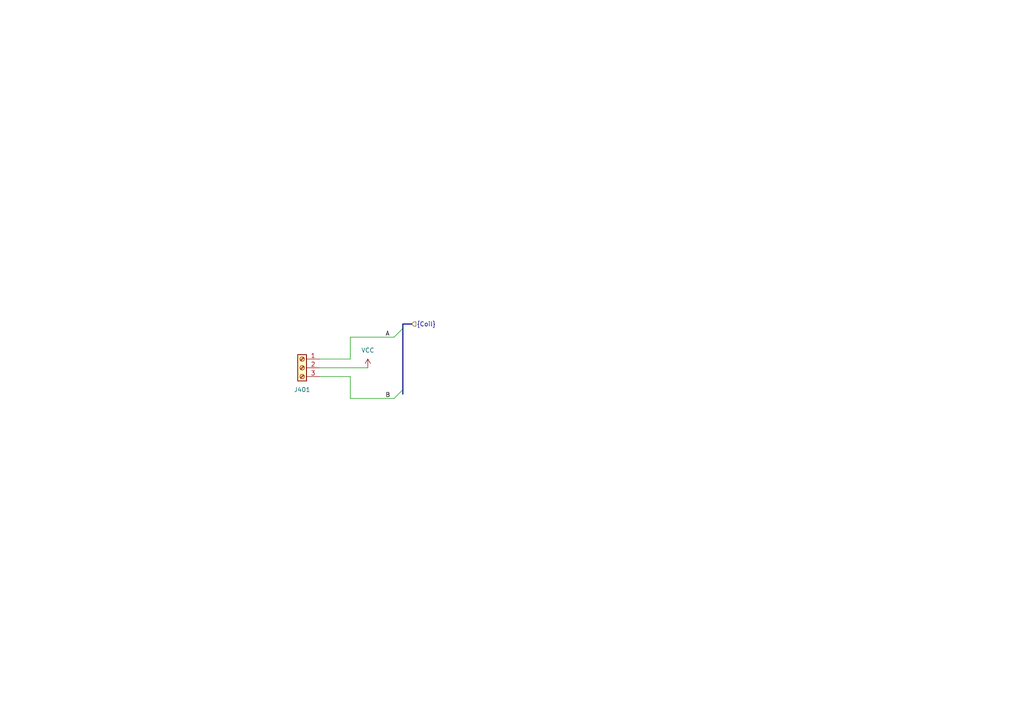
<source format=kicad_sch>
(kicad_sch (version 20231120) (generator "eeschema") (generator_version "8.0")
  (paper "A4")
  (lib_symbols
    (symbol "Connector:Screw_Terminal_01x03" (pin_names (offset 1.016) hide)
      (property "Reference" "J" (at 0 5.08 0))
      (property "Value" "Screw_Terminal_01x03" (at 0 -5.08 0))
      (symbol "Screw_Terminal_01x03_1_1"
        (rectangle (start -1.27 3.81) (end 1.27 -3.81) (stroke (width 0.254)) (fill (type background)))
        (circle (center 0 -2.54) (radius 0.635) (stroke (width 0.1524)))
        (polyline (pts (xy -0.5334 -2.2098) (xy 0.3302 -3.048)) (stroke (width 0.1524)))
        (polyline (pts (xy -0.5334 0.3302) (xy 0.3302 -0.508)) (stroke (width 0.1524)))
        (polyline (pts (xy -0.5334 2.8702) (xy 0.3302 2.032)) (stroke (width 0.1524)))
        (polyline (pts (xy -0.3556 -2.032) (xy 0.508 -2.8702)) (stroke (width 0.1524)))
        (polyline (pts (xy -0.3556 0.508) (xy 0.508 -0.3302)) (stroke (width 0.1524)))
        (polyline (pts (xy -0.3556 3.048) (xy 0.508 2.2098)) (stroke (width 0.1524)))
        (circle (center 0 0) (radius 0.635) (stroke (width 0.1524)))
        (circle (center 0 2.54) (radius 0.635) (stroke (width 0.1524)))
        (pin passive line (at -5.08 2.54 0) (length 3.81) (name "Pin_1") (number "1"))
        (pin passive line (at -5.08 0 0) (length 3.81) (name "Pin_2") (number "2"))
        (pin passive line (at -5.08 -2.54 0) (length 3.81) (name "Pin_3") (number "3"))
      )
    )
    (symbol "power:VCC" (power) (pin_numbers hide) (pin_names (offset 0) hide)
      (property "Value" "VCC" (at 0 3.556 0))
      (symbol "VCC_0_1"
        (polyline (pts (xy -0.762 1.27) (xy 0 2.54)))
        (polyline (pts (xy 0 0) (xy 0 2.54)))
        (polyline (pts (xy 0 2.54) (xy 0.762 1.27)))
      )
      (symbol "VCC_1_1"
        (pin power_in line (at 0 0 90) (length 0) (name "~") (number "1"))
      )
    )
  )
  (bus_alias "Coil" (members "A" "B" "+"))
  (bus_entry (at 114.3 97.79) (size 2.54 -2.54))
  (bus_entry (at 114.3 115.57) (size 2.54 -2.54))
  (wire (pts (xy 101.6 109.22) (xy 101.6 115.57)))
  (wire (pts (xy 92.71 106.68) (xy 106.68 106.68)))
  (bus (pts (xy 116.84 95.25) (xy 116.84 113.03)))
  (wire (pts (xy 101.6 104.14) (xy 101.6 97.79)))
  (bus (pts (xy 116.84 113.03) (xy 116.84 114.3)))
  (wire (pts (xy 101.6 115.57) (xy 114.3 115.57)))
  (wire (pts (xy 101.6 97.79) (xy 114.3 97.79)))
  (wire (pts (xy 92.71 109.22) (xy 101.6 109.22)))
  (bus (pts (xy 116.84 93.98) (xy 116.84 95.25)))
  (bus (pts (xy 119.38 93.98) (xy 116.84 93.98)))
  (wire (pts (xy 92.71 104.14) (xy 101.6 104.14)))
  (label "B" (at 111.76 115.57 0))
  (label "A" (at 111.76 97.79 0))
  (hierarchical_label "{Coil}" (shape input) (at 119.38 93.98 0))
  (symbol (lib_id "Connector:Screw_Terminal_01x03") (at 87.63 106.68 0) (mirror y) (unit 1)
    (property "Reference" "J401" (at 87.63 113.03 0))
    (property "Value" "Screw_Terminal_01x03" (effects (hide yes)))
    (property "Footprint" "Connector_Phoenix_MC:PhoenixContact_MC_1,5_3-G-3.5_1x03_P3.50mm_Horizontal" (effects (hide yes)))
    (property "Description" "Generic screw terminal, single row, 01x03, script generated (kicad-library-utils/schlib/autogen/connector/)" (effects (hide yes)))
    (instances (project "pointMatrix" (path "" (reference "J401") (unit 1)) (path "" (reference "J901") (unit 1)) (path "" (reference "J601") (unit 1)) (path "" (reference "J701") (unit 1)) (path "" (reference "J801") (unit 1)) (path "" (reference "J301") (unit 1)) (path "" (reference "J201") (unit 1)) (path "" (reference "J501") (unit 1))))
  )
  (symbol (lib_id "power:VCC") (at 106.68 106.68 0) (unit 1)
    (property "Reference" "#PWR0401" (effects (hide yes)))
    (property "Value" "VCC" (at 106.68 101.6 0))
    (property "Description" "Power symbol creates a global label with name \"VCC\"" (effects (hide yes)))
    (instances (project "" (path "" (reference "#PWR0401") (unit 1)) (path "" (reference "#PWR0901") (unit 1)) (path "" (reference "#PWR0601") (unit 1)) (path "" (reference "#PWR0701") (unit 1)) (path "" (reference "#PWR0801") (unit 1)) (path "" (reference "#PWR0301") (unit 1)) (path "" (reference "#PWR0201") (unit 1)) (path "" (reference "#PWR0501") (unit 1))))
  )
)
</source>
